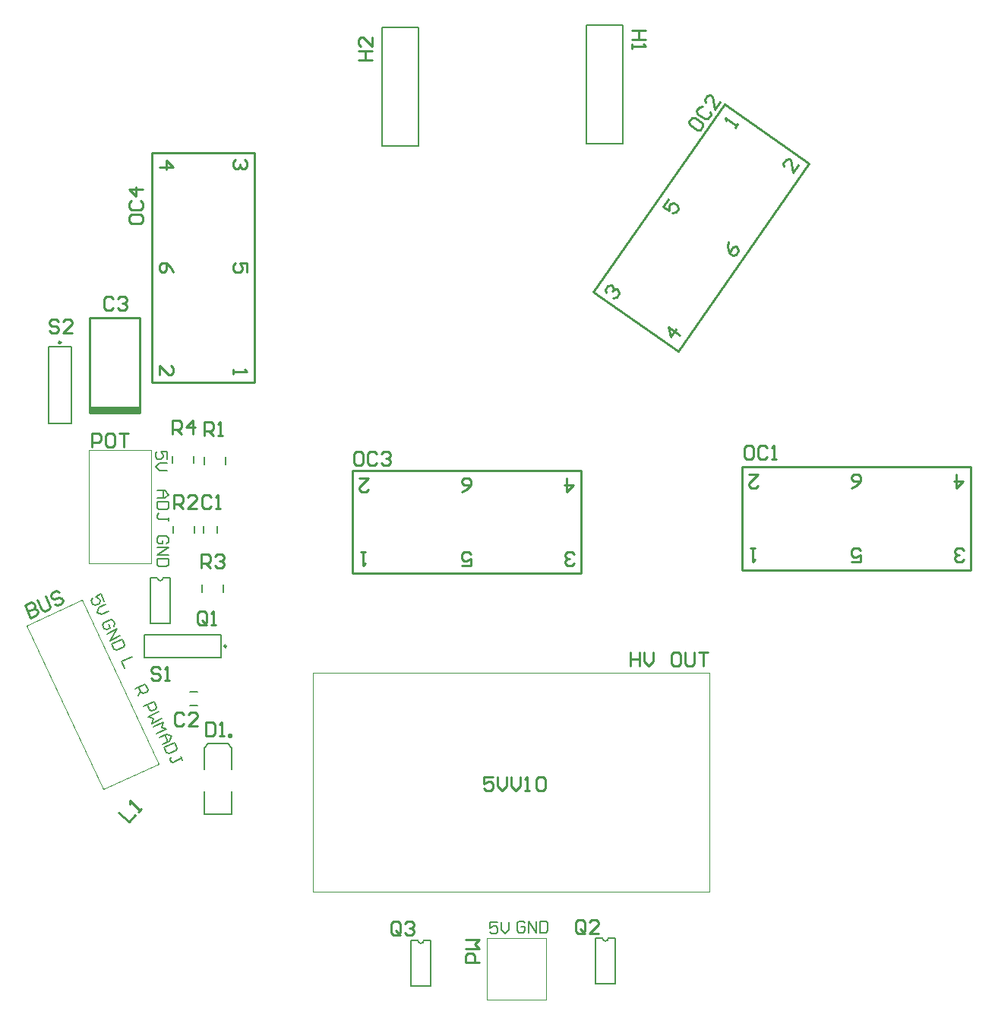
<source format=gto>
G04 Layer_Color=65535*
%FSLAX23Y23*%
%MOIN*%
G70*
G01*
G75*
%ADD21C,0.010*%
%ADD31C,0.010*%
%ADD32C,0.008*%
%ADD33C,0.001*%
%ADD34C,0.008*%
%ADD35C,0.000*%
%ADD36R,0.220X0.028*%
D21*
X-5433Y-296D02*
Y156D01*
X-6437Y-296D02*
X-5433D01*
X-6437D02*
Y156D01*
X-5433D01*
X-3723Y-281D02*
Y171D01*
X-4727Y-281D02*
X-3723D01*
X-4727D02*
Y171D01*
X-3723D01*
X-5378Y939D02*
X-5007Y679D01*
X-5378Y939D02*
X-4803Y1761D01*
X-4432Y1501D01*
X-5007Y679D02*
X-4432Y1501D01*
X-7316Y1547D02*
X-6864D01*
Y543D02*
Y1547D01*
X-7316Y543D02*
X-6864D01*
X-7316D02*
Y1547D01*
X-7227Y314D02*
Y374D01*
X-7197D01*
X-7187Y364D01*
Y344D01*
X-7197Y334D01*
X-7227D01*
X-7207D02*
X-7187Y314D01*
X-7137D02*
Y374D01*
X-7167Y344D01*
X-7127D01*
X-7100Y-270D02*
Y-210D01*
X-7070D01*
X-7060Y-220D01*
Y-240D01*
X-7070Y-250D01*
X-7100D01*
X-7080D02*
X-7060Y-270D01*
X-7040Y-220D02*
X-7030Y-210D01*
X-7010D01*
X-7000Y-220D01*
Y-230D01*
X-7010Y-240D01*
X-7020D01*
X-7010D01*
X-7000Y-250D01*
Y-260D01*
X-7010Y-270D01*
X-7030D01*
X-7040Y-260D01*
X-7220Y-10D02*
Y50D01*
X-7190D01*
X-7180Y40D01*
Y20D01*
X-7190Y10D01*
X-7220D01*
X-7200D02*
X-7180Y-10D01*
X-7120D02*
X-7160D01*
X-7120Y30D01*
Y40D01*
X-7130Y50D01*
X-7150D01*
X-7160Y40D01*
X-7087Y309D02*
Y369D01*
X-7057D01*
X-7047Y359D01*
Y339D01*
X-7057Y329D01*
X-7087D01*
X-7067D02*
X-7047Y309D01*
X-7027D02*
X-7007D01*
X-7017D01*
Y369D01*
X-7027Y359D01*
X-7724Y807D02*
X-7734Y817D01*
X-7754D01*
X-7764Y807D01*
Y797D01*
X-7754Y787D01*
X-7734D01*
X-7724Y777D01*
Y767D01*
X-7734Y757D01*
X-7754D01*
X-7764Y767D01*
X-7664Y757D02*
X-7704D01*
X-7664Y797D01*
Y807D01*
X-7674Y817D01*
X-7694D01*
X-7704Y807D01*
X-4947Y1701D02*
X-4958Y1684D01*
X-4956Y1671D01*
X-4923Y1648D01*
X-4909Y1650D01*
X-4898Y1666D01*
X-4900Y1680D01*
X-4933Y1703D01*
X-4947Y1701D01*
X-4898Y1752D02*
X-4912Y1750D01*
X-4924Y1734D01*
X-4921Y1720D01*
X-4889Y1697D01*
X-4875Y1699D01*
X-4863Y1716D01*
X-4866Y1730D01*
X-4823Y1773D02*
X-4846Y1740D01*
X-4856Y1796D01*
X-4864Y1802D01*
X-4878Y1799D01*
X-4889Y1783D01*
X-4887Y1769D01*
X-7280Y-715D02*
X-7290Y-705D01*
X-7310D01*
X-7320Y-715D01*
Y-725D01*
X-7310Y-735D01*
X-7290D01*
X-7280Y-745D01*
Y-755D01*
X-7290Y-765D01*
X-7310D01*
X-7320Y-755D01*
X-7260Y-765D02*
X-7240D01*
X-7250D01*
Y-705D01*
X-7260Y-715D01*
X-6225Y-1870D02*
Y-1830D01*
X-6235Y-1820D01*
X-6255D01*
X-6265Y-1830D01*
Y-1870D01*
X-6255Y-1880D01*
X-6235D01*
X-6245Y-1860D02*
X-6225Y-1880D01*
X-6235D02*
X-6225Y-1870D01*
X-6205Y-1830D02*
X-6195Y-1820D01*
X-6175D01*
X-6165Y-1830D01*
Y-1840D01*
X-6175Y-1850D01*
X-6185D01*
X-6175D01*
X-6165Y-1860D01*
Y-1870D01*
X-6175Y-1880D01*
X-6195D01*
X-6205Y-1870D01*
X-5415Y-1865D02*
Y-1825D01*
X-5425Y-1815D01*
X-5445D01*
X-5455Y-1825D01*
Y-1865D01*
X-5445Y-1875D01*
X-5425D01*
X-5435Y-1855D02*
X-5415Y-1875D01*
X-5425D02*
X-5415Y-1865D01*
X-5355Y-1875D02*
X-5395D01*
X-5355Y-1835D01*
Y-1825D01*
X-5365Y-1815D01*
X-5385D01*
X-5395Y-1825D01*
X-7075Y-510D02*
Y-470D01*
X-7085Y-460D01*
X-7105D01*
X-7115Y-470D01*
Y-510D01*
X-7105Y-520D01*
X-7085D01*
X-7095Y-500D02*
X-7075Y-520D01*
X-7085D02*
X-7075Y-510D01*
X-7055Y-520D02*
X-7035D01*
X-7045D01*
Y-460D01*
X-7055Y-470D01*
X-5880Y-2000D02*
X-5940D01*
Y-1970D01*
X-5930Y-1960D01*
X-5910D01*
X-5900Y-1970D01*
Y-2000D01*
X-5940Y-1940D02*
X-5880D01*
X-5900Y-1920D01*
X-5880Y-1900D01*
X-5940D01*
X-7580Y260D02*
Y320D01*
X-7550D01*
X-7540Y310D01*
Y290D01*
X-7550Y280D01*
X-7580D01*
X-7490Y320D02*
X-7510D01*
X-7520Y310D01*
Y270D01*
X-7510Y260D01*
X-7490D01*
X-7480Y270D01*
Y310D01*
X-7490Y320D01*
X-7460D02*
X-7420D01*
X-7440D01*
Y260D01*
X-7415Y1270D02*
Y1250D01*
X-7405Y1240D01*
X-7365D01*
X-7355Y1250D01*
Y1270D01*
X-7365Y1280D01*
X-7405D01*
X-7415Y1270D01*
X-7405Y1340D02*
X-7415Y1330D01*
Y1310D01*
X-7405Y1300D01*
X-7365D01*
X-7355Y1310D01*
Y1330D01*
X-7365Y1340D01*
X-7355Y1390D02*
X-7415D01*
X-7385Y1360D01*
Y1400D01*
X-6400Y240D02*
X-6420D01*
X-6430Y230D01*
Y190D01*
X-6420Y180D01*
X-6400D01*
X-6390Y190D01*
Y230D01*
X-6400Y240D01*
X-6330Y230D02*
X-6340Y240D01*
X-6360D01*
X-6370Y230D01*
Y190D01*
X-6360Y180D01*
X-6340D01*
X-6330Y190D01*
X-6310Y230D02*
X-6300Y240D01*
X-6280D01*
X-6270Y230D01*
Y220D01*
X-6280Y210D01*
X-6290D01*
X-6280D01*
X-6270Y200D01*
Y190D01*
X-6280Y180D01*
X-6300D01*
X-6310Y190D01*
X-4685Y265D02*
X-4705D01*
X-4715Y255D01*
Y215D01*
X-4705Y205D01*
X-4685D01*
X-4675Y215D01*
Y255D01*
X-4685Y265D01*
X-4615Y255D02*
X-4625Y265D01*
X-4645D01*
X-4655Y255D01*
Y215D01*
X-4645Y205D01*
X-4625D01*
X-4615Y215D01*
X-4595Y205D02*
X-4575D01*
X-4585D01*
Y265D01*
X-4595Y255D01*
X-7461Y-1344D02*
X-7417Y-1385D01*
X-7389Y-1356D01*
X-7376Y-1342D02*
X-7362Y-1327D01*
X-7369Y-1334D01*
X-7412Y-1293D01*
X-7412Y-1307D01*
X-5215Y-640D02*
Y-700D01*
Y-670D01*
X-5175D01*
Y-640D01*
Y-700D01*
X-5155Y-640D02*
Y-680D01*
X-5135Y-700D01*
X-5115Y-680D01*
Y-640D01*
X-5005D02*
X-5025D01*
X-5035Y-650D01*
Y-690D01*
X-5025Y-700D01*
X-5005D01*
X-4995Y-690D01*
Y-650D01*
X-5005Y-640D01*
X-4975D02*
Y-690D01*
X-4965Y-700D01*
X-4945D01*
X-4935Y-690D01*
Y-640D01*
X-4915D02*
X-4875D01*
X-4895D01*
Y-700D01*
X-6410Y1955D02*
X-6350D01*
X-6380D01*
Y1995D01*
X-6410D01*
X-6350D01*
Y2055D02*
Y2015D01*
X-6390Y2055D01*
X-6400D01*
X-6410Y2045D01*
Y2025D01*
X-6400Y2015D01*
X-5150Y2085D02*
X-5210D01*
X-5180D01*
Y2045D01*
X-5150D01*
X-5210D01*
Y2025D02*
Y2005D01*
Y2015D01*
X-5150D01*
X-5160Y2025D01*
X-7080Y-948D02*
Y-1008D01*
X-7050D01*
X-7040Y-998D01*
Y-958D01*
X-7050Y-948D01*
X-7080D01*
X-7020Y-1008D02*
X-7000D01*
X-7010D01*
Y-948D01*
X-7020Y-958D01*
X-7485Y910D02*
X-7495Y920D01*
X-7515D01*
X-7525Y910D01*
Y870D01*
X-7515Y860D01*
X-7495D01*
X-7485Y870D01*
X-7465Y910D02*
X-7455Y920D01*
X-7435D01*
X-7425Y910D01*
Y900D01*
X-7435Y890D01*
X-7445D01*
X-7435D01*
X-7425Y880D01*
Y870D01*
X-7435Y860D01*
X-7455D01*
X-7465Y870D01*
X-7175Y-915D02*
X-7185Y-905D01*
X-7205D01*
X-7215Y-915D01*
Y-955D01*
X-7205Y-965D01*
X-7185D01*
X-7175Y-955D01*
X-7115Y-965D02*
X-7155D01*
X-7115Y-925D01*
Y-915D01*
X-7125Y-905D01*
X-7145D01*
X-7155Y-915D01*
X-7055Y40D02*
X-7065Y50D01*
X-7085D01*
X-7095Y40D01*
Y-0D01*
X-7085Y-10D01*
X-7065D01*
X-7055Y-0D01*
X-7035Y-10D02*
X-7015D01*
X-7025D01*
Y50D01*
X-7035Y40D01*
X-7873Y-435D02*
X-7848Y-490D01*
X-7821Y-478D01*
X-7816Y-464D01*
X-7820Y-455D01*
X-7833Y-450D01*
X-7861Y-463D01*
X-7833Y-450D01*
X-7828Y-437D01*
X-7833Y-428D01*
X-7846Y-423D01*
X-7873Y-435D01*
X-7818Y-411D02*
X-7798Y-456D01*
X-7785Y-461D01*
X-7766Y-453D01*
X-7761Y-440D01*
X-7782Y-394D01*
X-7723Y-378D02*
X-7736Y-373D01*
X-7755Y-382D01*
X-7760Y-395D01*
X-7756Y-404D01*
X-7742Y-409D01*
X-7724Y-401D01*
X-7711Y-406D01*
X-7707Y-415D01*
X-7712Y-428D01*
X-7730Y-436D01*
X-7743Y-431D01*
X-6970Y-1010D02*
X-6980D01*
Y-1000D01*
X-6970D01*
Y-1010D01*
X-5496Y123D02*
Y63D01*
X-5466Y93D01*
X-5506D01*
X-5463Y-250D02*
X-5473Y-260D01*
X-5493D01*
X-5503Y-250D01*
Y-240D01*
X-5493Y-230D01*
X-5483D01*
X-5493D01*
X-5503Y-220D01*
Y-210D01*
X-5493Y-200D01*
X-5473D01*
X-5463Y-210D01*
X-5955Y63D02*
X-5935Y73D01*
X-5915Y93D01*
Y113D01*
X-5925Y123D01*
X-5945D01*
X-5955Y113D01*
Y103D01*
X-5945Y93D01*
X-5915D01*
X-5955Y-260D02*
X-5915D01*
Y-230D01*
X-5935Y-240D01*
X-5945D01*
X-5955Y-230D01*
Y-210D01*
X-5945Y-200D01*
X-5925D01*
X-5915Y-210D01*
X-6404Y123D02*
X-6364D01*
X-6404Y83D01*
Y73D01*
X-6394Y63D01*
X-6374D01*
X-6364Y73D01*
X-6380Y-200D02*
X-6400D01*
X-6390D01*
Y-260D01*
X-6380Y-250D01*
X-3786Y138D02*
Y78D01*
X-3756Y108D01*
X-3796D01*
X-3753Y-235D02*
X-3763Y-245D01*
X-3783D01*
X-3793Y-235D01*
Y-225D01*
X-3783Y-215D01*
X-3773D01*
X-3783D01*
X-3793Y-205D01*
Y-195D01*
X-3783Y-185D01*
X-3763D01*
X-3753Y-195D01*
X-4245Y78D02*
X-4225Y88D01*
X-4205Y108D01*
Y128D01*
X-4215Y138D01*
X-4235D01*
X-4245Y128D01*
Y118D01*
X-4235Y108D01*
X-4205D01*
X-4245Y-245D02*
X-4205D01*
Y-215D01*
X-4225Y-225D01*
X-4235D01*
X-4245Y-215D01*
Y-195D01*
X-4235Y-185D01*
X-4215D01*
X-4205Y-195D01*
X-4694Y138D02*
X-4654D01*
X-4694Y98D01*
Y88D01*
X-4684Y78D01*
X-4664D01*
X-4654Y88D01*
X-4670Y-185D02*
X-4690D01*
X-4680D01*
Y-245D01*
X-4670Y-235D01*
X-4998Y750D02*
X-5048Y785D01*
X-5040Y743D01*
X-5017Y776D01*
X-5323Y936D02*
X-5326Y950D01*
X-5314Y966D01*
X-5300Y969D01*
X-5292Y963D01*
X-5290Y949D01*
X-5296Y941D01*
X-5290Y949D01*
X-5276Y952D01*
X-5268Y946D01*
X-5265Y932D01*
X-5277Y916D01*
X-5291Y913D01*
X-4784Y1160D02*
X-4788Y1138D01*
X-4783Y1110D01*
X-4766Y1099D01*
X-4753Y1101D01*
X-4741Y1118D01*
X-4744Y1132D01*
X-4752Y1137D01*
X-4766Y1135D01*
X-4783Y1110D01*
X-5049Y1346D02*
X-5072Y1313D01*
X-5047Y1296D01*
X-5044Y1318D01*
X-5038Y1326D01*
X-5024Y1328D01*
X-5008Y1317D01*
X-5006Y1303D01*
X-5017Y1287D01*
X-5031Y1284D01*
X-4478Y1494D02*
X-4501Y1461D01*
X-4511Y1517D01*
X-4519Y1522D01*
X-4533Y1520D01*
X-4544Y1503D01*
X-4542Y1490D01*
X-4756Y1659D02*
X-4745Y1675D01*
X-4751Y1667D01*
X-4800Y1702D01*
X-4797Y1688D01*
X-5819Y-1189D02*
X-5859D01*
Y-1219D01*
X-5839Y-1209D01*
X-5829D01*
X-5819Y-1219D01*
Y-1239D01*
X-5829Y-1249D01*
X-5849D01*
X-5859Y-1239D01*
X-5799Y-1189D02*
Y-1229D01*
X-5779Y-1249D01*
X-5759Y-1229D01*
Y-1189D01*
X-5739D02*
Y-1229D01*
X-5719Y-1249D01*
X-5699Y-1229D01*
Y-1189D01*
X-5679Y-1249D02*
X-5659D01*
X-5669D01*
Y-1189D01*
X-5679Y-1199D01*
X-5629D02*
X-5619Y-1189D01*
X-5599D01*
X-5589Y-1199D01*
Y-1239D01*
X-5599Y-1249D01*
X-5619D01*
X-5629Y-1239D01*
Y-1199D01*
X-7283Y1484D02*
X-7223D01*
X-7253Y1514D01*
Y1474D01*
X-6910Y1517D02*
X-6900Y1507D01*
Y1487D01*
X-6910Y1477D01*
X-6920D01*
X-6930Y1487D01*
Y1497D01*
Y1487D01*
X-6940Y1477D01*
X-6950D01*
X-6960Y1487D01*
Y1507D01*
X-6950Y1517D01*
X-7223Y1025D02*
X-7233Y1045D01*
X-7253Y1065D01*
X-7273D01*
X-7283Y1055D01*
Y1035D01*
X-7273Y1025D01*
X-7263D01*
X-7253Y1035D01*
Y1065D01*
X-6900Y1025D02*
Y1065D01*
X-6930D01*
X-6920Y1045D01*
Y1035D01*
X-6930Y1025D01*
X-6950D01*
X-6960Y1035D01*
Y1055D01*
X-6950Y1065D01*
X-7283Y576D02*
Y616D01*
X-7243Y576D01*
X-7233D01*
X-7223Y586D01*
Y606D01*
X-7233Y616D01*
X-6960Y600D02*
Y580D01*
Y590D01*
X-6900D01*
X-6910Y600D01*
D31*
X-7715Y717D02*
G03*
X-7715Y717I-5J0D01*
G01*
X-6988Y-615D02*
G03*
X-6988Y-615I-5J0D01*
G01*
X-7590Y408D02*
Y825D01*
X-7370Y408D02*
Y825D01*
X-7590D02*
X-7370D01*
X-7590Y408D02*
X-7370D01*
D32*
X-6148Y-1905D02*
G03*
X-6123Y-1905I13J0D01*
G01*
X-5338Y-1895D02*
G03*
X-5313Y-1895I13J0D01*
G01*
X-7292Y-315D02*
G03*
X-7267Y-315I13J0D01*
G01*
X-7222Y-119D02*
Y-87D01*
X-7128Y-119D02*
Y-87D01*
X-7003Y-378D02*
Y-346D01*
X-7097Y-378D02*
Y-346D01*
X-7030Y-119D02*
Y-87D01*
X-7090Y-119D02*
Y-87D01*
X-7087Y182D02*
Y214D01*
X-6993Y182D02*
Y214D01*
X-7133Y187D02*
Y219D01*
X-7227Y187D02*
Y219D01*
X-7670Y361D02*
Y699D01*
X-7770Y361D02*
X-7670D01*
X-7770D02*
Y699D01*
X-7670D01*
X-7349Y-665D02*
X-7011D01*
X-7349D02*
Y-565D01*
X-7011D01*
Y-665D02*
Y-565D01*
X-7148Y-815D02*
X-7116D01*
X-7148Y-875D02*
X-7116D01*
X-6178Y-2105D02*
Y-1905D01*
Y-2105D02*
X-6092D01*
Y-1905D01*
X-6123D02*
X-6092D01*
X-6178D02*
X-6148D01*
X-5368Y-2095D02*
Y-1895D01*
Y-2095D02*
X-5282D01*
Y-1895D01*
X-5313D02*
X-5282D01*
X-5368D02*
X-5338D01*
X-7323Y-515D02*
Y-315D01*
Y-515D02*
X-7237D01*
Y-315D01*
X-7267D02*
X-7237D01*
X-7323D02*
X-7292D01*
X-6964Y-1156D02*
Y-1060D01*
X-7086Y-1156D02*
Y-1060D01*
Y-1353D02*
Y-1251D01*
X-6964Y-1353D02*
Y-1251D01*
X-7068Y-1042D02*
X-6982D01*
X-7086Y-1060D02*
X-7068Y-1042D01*
X-6982D02*
X-6964Y-1060D01*
X-7086Y-1353D02*
X-6964D01*
D33*
X-7592Y-250D02*
Y245D01*
X-7318D01*
Y-250D02*
Y245D01*
X-7592Y-250D02*
X-7318D01*
X-7529Y-1243D02*
X-7286Y-1130D01*
X-7621Y-411D02*
X-7286Y-1130D01*
X-7864Y-524D02*
X-7621Y-411D01*
X-7864Y-524D02*
X-7529Y-1243D01*
X-5845Y-2164D02*
Y-1896D01*
X-5585D01*
Y-2164D02*
Y-1896D01*
X-5845Y-2164D02*
X-5585D01*
D34*
X-5410Y1587D02*
Y2107D01*
Y1587D02*
X-5250D01*
Y2107D01*
X-5410D02*
X-5250D01*
X-6305Y1577D02*
Y2097D01*
Y1577D02*
X-6145D01*
Y2097D01*
X-6305D02*
X-6145D01*
X-7292Y67D02*
X-7259D01*
X-7242Y50D01*
X-7259Y34D01*
X-7292D01*
X-7267D01*
Y67D01*
X-7242Y17D02*
X-7292D01*
Y-8D01*
X-7284Y-16D01*
X-7250D01*
X-7242Y-8D01*
Y17D01*
Y-66D02*
Y-50D01*
Y-58D01*
X-7284D01*
X-7292Y-50D01*
Y-41D01*
X-7284Y-33D01*
X-7251Y-166D02*
X-7243Y-158D01*
Y-141D01*
X-7251Y-133D01*
X-7285D01*
X-7293Y-141D01*
Y-158D01*
X-7285Y-166D01*
X-7268D01*
Y-150D01*
X-7293Y-183D02*
X-7243D01*
X-7293Y-216D01*
X-7243D01*
Y-233D02*
X-7293D01*
Y-258D01*
X-7285Y-266D01*
X-7251D01*
X-7243Y-258D01*
Y-233D01*
X-7250Y206D02*
Y239D01*
X-7275D01*
X-7267Y222D01*
Y214D01*
X-7275Y206D01*
X-7292D01*
X-7300Y214D01*
Y231D01*
X-7292Y239D01*
X-7250Y189D02*
X-7283D01*
X-7300Y172D01*
X-7283Y156D01*
X-7250D01*
X-7525Y-417D02*
X-7539Y-386D01*
X-7561Y-397D01*
X-7547Y-409D01*
X-7543Y-416D01*
X-7547Y-427D01*
X-7563Y-434D01*
X-7574Y-430D01*
X-7581Y-415D01*
X-7577Y-404D01*
X-7518Y-432D02*
X-7548Y-446D01*
X-7556Y-468D01*
X-7534Y-476D01*
X-7504Y-462D01*
X-7482Y-527D02*
X-7478Y-516D01*
X-7485Y-501D01*
X-7497Y-497D01*
X-7527Y-511D01*
X-7531Y-522D01*
X-7524Y-537D01*
X-7513Y-541D01*
X-7498Y-534D01*
X-7505Y-519D01*
X-7513Y-560D02*
X-7468Y-539D01*
X-7499Y-590D01*
X-7454Y-569D01*
X-7447Y-584D02*
X-7492Y-605D01*
X-7481Y-628D01*
X-7470Y-632D01*
X-7440Y-618D01*
X-7436Y-607D01*
X-7447Y-584D01*
X-7403Y-661D02*
X-7448Y-682D01*
X-7434Y-712D01*
X-7389Y-802D02*
X-7344Y-781D01*
X-7333Y-804D01*
X-7337Y-815D01*
X-7352Y-822D01*
X-7363Y-818D01*
X-7374Y-795D01*
X-7367Y-810D02*
X-7375Y-832D01*
X-7352Y-879D02*
X-7307Y-858D01*
X-7296Y-880D01*
X-7300Y-891D01*
X-7316Y-898D01*
X-7327Y-894D01*
X-7337Y-872D01*
X-7286Y-903D02*
X-7331Y-924D01*
X-7309Y-932D01*
X-7317Y-954D01*
X-7272Y-933D01*
X-7310Y-969D02*
X-7265Y-948D01*
X-7273Y-970D01*
X-7251Y-978D01*
X-7296Y-999D01*
X-7283Y-1014D02*
X-7252Y-1000D01*
X-7230Y-1008D01*
X-7238Y-1030D01*
X-7269Y-1044D01*
X-7246Y-1034D01*
X-7260Y-1003D01*
X-7216Y-1038D02*
X-7261Y-1059D01*
X-7251Y-1082D01*
X-7240Y-1086D01*
X-7210Y-1072D01*
X-7206Y-1061D01*
X-7216Y-1038D01*
X-7181Y-1114D02*
X-7188Y-1098D01*
X-7185Y-1106D01*
X-7222Y-1124D01*
X-7233Y-1120D01*
X-7237Y-1112D01*
X-7233Y-1101D01*
X-5799Y-1825D02*
X-5832D01*
Y-1850D01*
X-5815Y-1842D01*
X-5807D01*
X-5799Y-1850D01*
Y-1867D01*
X-5807Y-1875D01*
X-5824D01*
X-5832Y-1867D01*
X-5782Y-1825D02*
Y-1858D01*
X-5765Y-1875D01*
X-5749Y-1858D01*
Y-1825D01*
X-5679Y-1828D02*
X-5687Y-1820D01*
X-5704D01*
X-5712Y-1828D01*
Y-1862D01*
X-5704Y-1870D01*
X-5687D01*
X-5679Y-1862D01*
Y-1845D01*
X-5695D01*
X-5662Y-1870D02*
Y-1820D01*
X-5629Y-1870D01*
Y-1820D01*
X-5612D02*
Y-1870D01*
X-5587D01*
X-5579Y-1862D01*
Y-1828D01*
X-5587Y-1820D01*
X-5612D01*
D35*
X-6610Y-730D02*
X-4870D01*
X-6610Y-1690D02*
Y-730D01*
Y-1690D02*
X-4870D01*
Y-730D01*
D36*
X-7480Y422D02*
D03*
M02*

</source>
